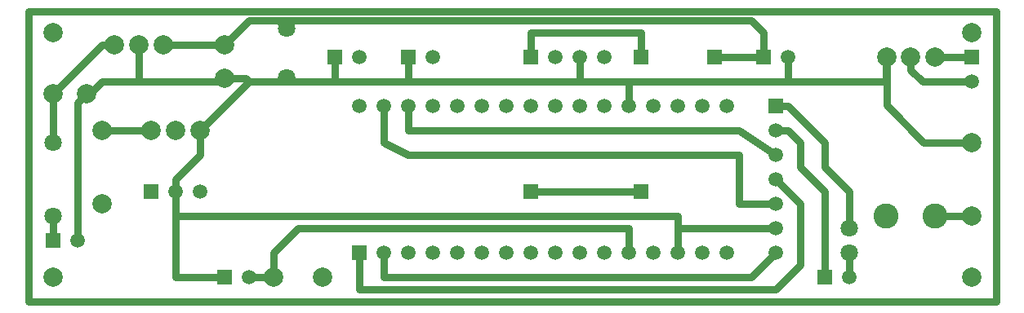
<source format=gbr>
%FSLAX34Y34*%
%MOMM*%
%LNSILK_TOP*%
G71*
G01*
%ADD10C, 0.00*%
%ADD11C, 1.40*%
%ADD12C, 1.52*%
%ADD13C, 2.00*%
%ADD14C, 2.60*%
%ADD15C, 2.00*%
%ADD16C, 0.80*%
%ADD17C, 1.80*%
%ADD18C, 2.00*%
%ADD19C, 1.52*%
%ADD20C, 2.00*%
%ADD21C, 2.00*%
%ADD22C, 0.80*%
%LPD*%
G54D10*
X0Y1000000D02*
X1000000Y1000000D01*
X1000000Y700000D01*
X0Y700000D01*
X0Y1000000D01*
G36*
X335900Y756300D02*
X349900Y756300D01*
X349900Y742300D01*
X335900Y742300D01*
X335900Y756300D01*
G37*
X368300Y749300D02*
G54D11*
D03*
X393700Y749300D02*
G54D11*
D03*
X419100Y749300D02*
G54D11*
D03*
X444500Y749300D02*
G54D11*
D03*
X469900Y749300D02*
G54D11*
D03*
X495300Y749300D02*
G54D11*
D03*
X520700Y749300D02*
G54D11*
D03*
X546100Y749300D02*
G54D11*
D03*
X571500Y749300D02*
G54D11*
D03*
X596900Y749300D02*
G54D11*
D03*
X622300Y749300D02*
G54D11*
D03*
X647700Y749300D02*
G54D11*
D03*
X673100Y749300D02*
G54D11*
D03*
X698500Y749300D02*
G54D11*
D03*
X723900Y749300D02*
G54D11*
D03*
X723900Y901700D02*
G54D11*
D03*
X698500Y901700D02*
G54D11*
D03*
X673100Y901700D02*
G54D11*
D03*
X647700Y901700D02*
G54D11*
D03*
X622300Y901700D02*
G54D11*
D03*
X596900Y901700D02*
G54D11*
D03*
X571500Y901700D02*
G54D11*
D03*
X546100Y901700D02*
G54D11*
D03*
X520700Y901700D02*
G54D11*
D03*
X495300Y901700D02*
G54D11*
D03*
X469900Y901700D02*
G54D11*
D03*
X444500Y901700D02*
G54D11*
D03*
X419100Y901700D02*
G54D11*
D03*
X393700Y901700D02*
G54D11*
D03*
X368300Y901700D02*
G54D11*
D03*
X342900Y901700D02*
G54D11*
D03*
G36*
X513100Y960100D02*
X528300Y960100D01*
X528300Y944900D01*
X513100Y944900D01*
X513100Y960100D01*
G37*
X546100Y952500D02*
G54D12*
D03*
X571500Y952500D02*
G54D12*
D03*
X596900Y952500D02*
G54D12*
D03*
G36*
X782300Y909300D02*
X782300Y894100D01*
X767100Y894100D01*
X767100Y909300D01*
X782300Y909300D01*
G37*
X774700Y876300D02*
G54D12*
D03*
X774700Y850900D02*
G54D12*
D03*
X774700Y825500D02*
G54D12*
D03*
X774700Y800100D02*
G54D12*
D03*
X774700Y774700D02*
G54D12*
D03*
X774700Y749300D02*
G54D12*
D03*
X177800Y876300D02*
G54D13*
D03*
X152400Y876300D02*
G54D13*
D03*
X127000Y876300D02*
G54D13*
D03*
G36*
X119400Y820400D02*
X134600Y820400D01*
X134600Y805200D01*
X119400Y805200D01*
X119400Y820400D01*
G37*
X152400Y812800D02*
G54D12*
D03*
X177800Y812800D02*
G54D12*
D03*
X939800Y787400D02*
G54D14*
D03*
X889000Y787400D02*
G54D14*
D03*
X939800Y952500D02*
G54D15*
D03*
X914800Y952500D02*
G54D15*
D03*
X889800Y952500D02*
G54D15*
D03*
G54D16*
X152400Y812800D02*
X152400Y825500D01*
X177800Y850900D01*
X177800Y876300D01*
G54D16*
X774700Y749300D02*
X749300Y723900D01*
X368300Y723900D01*
X368300Y749300D01*
G54D16*
X774700Y774700D02*
X673100Y774700D01*
X673100Y749300D01*
G54D16*
X774700Y825500D02*
X800100Y800100D01*
X800100Y736600D01*
X774700Y711200D01*
X342900Y711200D01*
X342900Y749300D01*
G54D16*
X774700Y850900D02*
X736600Y876300D01*
X393700Y876300D01*
X393700Y901700D01*
G54D16*
X774700Y800100D02*
X736600Y800100D01*
X736600Y850900D01*
X393700Y850900D01*
X368300Y863600D01*
X368300Y901700D01*
G36*
X817900Y731500D02*
X833100Y731500D01*
X833100Y716300D01*
X817900Y716300D01*
X817900Y731500D01*
G37*
X850900Y723900D02*
G54D12*
D03*
X850900Y774700D02*
G54D17*
D03*
X850900Y749300D02*
G54D17*
D03*
G54D16*
X850900Y723900D02*
X850900Y749300D01*
G54D16*
X825500Y723900D02*
X825500Y812800D01*
X800100Y838200D01*
X800100Y863600D01*
X787400Y876300D01*
X774700Y876300D01*
G54D16*
X850900Y774700D02*
X850900Y812800D01*
X825500Y838200D01*
X825500Y863600D01*
X787400Y901700D01*
X774700Y901700D01*
G54D16*
X622300Y901700D02*
X622300Y927100D01*
X571500Y927100D01*
X571500Y952500D01*
X571500Y927100D01*
X228600Y927100D01*
X177800Y876300D01*
X977900Y863600D02*
G54D18*
D03*
X977900Y787400D02*
G54D18*
D03*
G54D16*
X939800Y787400D02*
X977900Y787400D01*
G54D16*
X977900Y863600D02*
X928700Y863600D01*
X889800Y902500D01*
X889800Y952500D01*
G54D16*
X889800Y952500D02*
X889800Y927900D01*
X889000Y927100D01*
X622300Y927100D01*
X622300Y901700D01*
X76200Y876300D02*
G54D18*
D03*
X76200Y800100D02*
G54D18*
D03*
G54D16*
X127000Y876300D02*
X76200Y876300D01*
G36*
X754400Y960100D02*
X769600Y960100D01*
X769600Y944900D01*
X754400Y944900D01*
X754400Y960100D01*
G37*
X787400Y952500D02*
G54D12*
D03*
G54D16*
X787400Y952500D02*
X787400Y927100D01*
X889000Y927100D01*
X889000Y951700D01*
X889800Y952500D01*
X254000Y723900D02*
G54D18*
D03*
X304800Y723900D02*
G54D18*
D03*
G36*
X195600Y731500D02*
X210800Y731500D01*
X210800Y716300D01*
X195600Y716300D01*
X195600Y731500D01*
G37*
X228600Y723900D02*
G54D12*
D03*
G54D16*
X254000Y723900D02*
X228600Y723900D01*
G54D16*
X622300Y749300D02*
X622300Y774700D01*
X279400Y774700D01*
X254000Y749300D01*
X254000Y723900D01*
G54D16*
X152400Y812800D02*
X152400Y723900D01*
X203200Y723900D01*
G36*
X703600Y960100D02*
X718800Y960100D01*
X718800Y944900D01*
X703600Y944900D01*
X703600Y960100D01*
G37*
G54D16*
X762000Y952500D02*
X711200Y952500D01*
G54D16*
X152400Y812800D02*
X152400Y787400D01*
X673100Y787400D01*
X673100Y749300D01*
G36*
X627400Y960100D02*
X642600Y960100D01*
X642600Y944900D01*
X627400Y944900D01*
X627400Y960100D01*
G37*
G36*
X627400Y820400D02*
X642600Y820400D01*
X642600Y805200D01*
X627400Y805200D01*
X627400Y820400D01*
G37*
G54D16*
X520700Y952500D02*
X520700Y977900D01*
X635000Y977900D01*
X635000Y952500D01*
G36*
X513100Y820400D02*
X528300Y820400D01*
X528300Y805200D01*
X513100Y805200D01*
X513100Y820400D01*
G37*
G54D16*
X635000Y812800D02*
X520700Y812800D01*
G36*
X985500Y960100D02*
X985500Y944900D01*
X970300Y944900D01*
X970300Y960100D01*
X985500Y960100D01*
G37*
X977900Y927100D02*
G54D12*
D03*
G54D16*
X939800Y952500D02*
X977900Y952500D01*
G54D16*
X914800Y952500D02*
X914800Y939400D01*
X927100Y927100D01*
X977900Y927100D01*
G36*
X386100Y960100D02*
X401300Y960100D01*
X401300Y944900D01*
X386100Y944900D01*
X386100Y960100D01*
G37*
X419100Y952500D02*
G54D12*
D03*
G36*
X309900Y960100D02*
X325100Y960100D01*
X325100Y944900D01*
X309900Y944900D01*
X309900Y960100D01*
G37*
X342900Y952500D02*
G54D12*
D03*
G54D16*
X317500Y952500D02*
X317500Y927100D01*
X228600Y927100D01*
X177800Y876300D01*
G54D16*
X393700Y952500D02*
X393700Y927100D01*
X317500Y927100D01*
X317500Y952500D01*
X76200Y876300D02*
G54D19*
D03*
X127000Y876300D02*
G54D19*
D03*
X177800Y876300D02*
G54D19*
D03*
X177800Y812800D02*
G54D19*
D03*
X152400Y812800D02*
G54D19*
D03*
X76200Y800100D02*
G54D19*
D03*
X342900Y952500D02*
G54D19*
D03*
X419100Y952500D02*
G54D19*
D03*
X342900Y901700D02*
G54D19*
D03*
X368300Y901700D02*
G54D19*
D03*
X393700Y901700D02*
G54D19*
D03*
X419100Y901700D02*
G54D19*
D03*
X444500Y901700D02*
G54D19*
D03*
X469900Y901700D02*
G54D19*
D03*
X495300Y901700D02*
G54D19*
D03*
X520700Y901700D02*
G54D19*
D03*
X546100Y901700D02*
G54D19*
D03*
X571500Y901700D02*
G54D19*
D03*
X673100Y901700D02*
G54D19*
D03*
X368300Y749300D02*
G54D19*
D03*
X393700Y749300D02*
G54D19*
D03*
X419100Y749300D02*
G54D19*
D03*
X444500Y749300D02*
G54D19*
D03*
X469900Y749300D02*
G54D19*
D03*
X495300Y749300D02*
G54D19*
D03*
X520700Y749300D02*
G54D19*
D03*
X546100Y749300D02*
G54D19*
D03*
X571500Y749300D02*
G54D19*
D03*
X596900Y749300D02*
G54D19*
D03*
X622300Y749300D02*
G54D19*
D03*
X647700Y749300D02*
G54D19*
D03*
X673100Y749300D02*
G54D19*
D03*
X698500Y749300D02*
G54D19*
D03*
X723900Y749300D02*
G54D19*
D03*
X774700Y749300D02*
G54D19*
D03*
X774700Y774700D02*
G54D19*
D03*
X774700Y800100D02*
G54D19*
D03*
X774700Y825500D02*
G54D19*
D03*
X774700Y850900D02*
G54D19*
D03*
X774700Y876300D02*
G54D19*
D03*
X850900Y723900D02*
G54D19*
D03*
X850900Y749300D02*
G54D19*
D03*
X850900Y774700D02*
G54D19*
D03*
X889000Y787400D02*
G54D19*
D03*
X939800Y787400D02*
G54D19*
D03*
X977900Y787400D02*
G54D19*
D03*
X977900Y863600D02*
G54D19*
D03*
X977900Y927100D02*
G54D19*
D03*
X939800Y952500D02*
G54D19*
D03*
X914800Y952500D02*
G54D19*
D03*
X889800Y952500D02*
G54D19*
D03*
X787400Y952500D02*
G54D19*
D03*
X304800Y723900D02*
G54D19*
D03*
X254000Y723900D02*
G54D19*
D03*
X228600Y723900D02*
G54D19*
D03*
X546100Y952500D02*
G54D19*
D03*
X571500Y952500D02*
G54D19*
D03*
X596900Y952500D02*
G54D19*
D03*
G36*
X119400Y820400D02*
X134600Y820400D01*
X134600Y805200D01*
X119400Y805200D01*
X119400Y820400D01*
G37*
G36*
X195600Y731500D02*
X210800Y731500D01*
X210800Y716300D01*
X195600Y716300D01*
X195600Y731500D01*
G37*
G36*
X309900Y960100D02*
X325100Y960100D01*
X325100Y944900D01*
X309900Y944900D01*
X309900Y960100D01*
G37*
G36*
X386100Y960100D02*
X401300Y960100D01*
X401300Y944900D01*
X386100Y944900D01*
X386100Y960100D01*
G37*
G36*
X513100Y960100D02*
X528300Y960100D01*
X528300Y944900D01*
X513100Y944900D01*
X513100Y960100D01*
G37*
G36*
X627400Y960100D02*
X642600Y960100D01*
X642600Y944900D01*
X627400Y944900D01*
X627400Y960100D01*
G37*
G36*
X703600Y960100D02*
X718800Y960100D01*
X718800Y944900D01*
X703600Y944900D01*
X703600Y960100D01*
G37*
G36*
X754400Y960100D02*
X769600Y960100D01*
X769600Y944900D01*
X754400Y944900D01*
X754400Y960100D01*
G37*
G36*
X970300Y960100D02*
X985500Y960100D01*
X985500Y944900D01*
X970300Y944900D01*
X970300Y960100D01*
G37*
G36*
X817900Y731500D02*
X833100Y731500D01*
X833100Y716300D01*
X817900Y716300D01*
X817900Y731500D01*
G37*
G36*
X767100Y909300D02*
X782300Y909300D01*
X782300Y894100D01*
X767100Y894100D01*
X767100Y909300D01*
G37*
G36*
X627400Y820400D02*
X642600Y820400D01*
X642600Y805200D01*
X627400Y805200D01*
X627400Y820400D01*
G37*
G36*
X513100Y820400D02*
X528300Y820400D01*
X528300Y805200D01*
X513100Y805200D01*
X513100Y820400D01*
G37*
G36*
X335300Y756900D02*
X350500Y756900D01*
X350500Y741700D01*
X335300Y741700D01*
X335300Y756900D01*
G37*
X596900Y901700D02*
G54D19*
D03*
X622300Y901700D02*
G54D19*
D03*
X647700Y901700D02*
G54D19*
D03*
X698500Y901700D02*
G54D19*
D03*
X723900Y901700D02*
G54D19*
D03*
X596900Y901700D02*
G54D19*
D03*
X622300Y901700D02*
G54D19*
D03*
X647700Y901700D02*
G54D19*
D03*
X698500Y901700D02*
G54D19*
D03*
X723900Y901700D02*
G54D19*
D03*
X25400Y723900D02*
G54D20*
D03*
X977900Y723900D02*
G54D20*
D03*
X25400Y977900D02*
G54D20*
D03*
X977900Y977900D02*
G54D20*
D03*
X88900Y965200D02*
G54D21*
D03*
X114300Y965200D02*
G54D21*
D03*
X139700Y965200D02*
G54D21*
D03*
G36*
X17800Y769600D02*
X33000Y769600D01*
X33000Y754400D01*
X17800Y754400D01*
X17800Y769600D01*
G37*
X50800Y762000D02*
G54D12*
D03*
X203200Y965200D02*
G54D13*
D03*
X203200Y930200D02*
G54D13*
D03*
G54D16*
X139700Y965200D02*
X203200Y965200D01*
X228600Y990600D01*
X749300Y990600D01*
X762000Y977900D01*
X762000Y952500D01*
G54D16*
X203200Y930200D02*
X225500Y930200D01*
X228600Y927100D01*
X317500Y927100D01*
X317500Y952500D01*
G54D16*
X114300Y965200D02*
X114300Y927100D01*
X200100Y927100D01*
X203200Y930200D01*
X25400Y914400D02*
G54D13*
D03*
X60400Y914400D02*
G54D13*
D03*
X25400Y863600D02*
G54D17*
D03*
X25400Y787400D02*
G54D17*
D03*
G54D16*
X50800Y762000D02*
X50800Y904800D01*
X60400Y914400D01*
G54D16*
X25400Y762000D02*
X25400Y787400D01*
G54D16*
X25400Y863600D02*
X25400Y914400D01*
G54D16*
X60400Y914400D02*
X63500Y914400D01*
X76200Y927100D01*
X114300Y927100D01*
X114300Y965200D01*
G54D16*
X25400Y914400D02*
X76200Y965200D01*
X88900Y965200D01*
X88900Y965200D02*
G54D22*
D03*
X114300Y965200D02*
G54D22*
D03*
X139700Y965200D02*
G54D22*
D03*
X203200Y965200D02*
G54D22*
D03*
X88900Y965200D02*
G54D19*
D03*
X114300Y965200D02*
G54D19*
D03*
X139700Y965200D02*
G54D19*
D03*
X203200Y965200D02*
G54D19*
D03*
X203200Y930200D02*
G54D19*
D03*
X60400Y914400D02*
G54D19*
D03*
X25400Y914400D02*
G54D19*
D03*
X25400Y863600D02*
G54D19*
D03*
X25400Y787400D02*
G54D19*
D03*
X50800Y762000D02*
G54D19*
D03*
G36*
X17800Y769600D02*
X33000Y769600D01*
X33000Y754400D01*
X17800Y754400D01*
X17800Y769600D01*
G37*
X267910Y982232D02*
G54D17*
D03*
X267910Y931432D02*
G54D17*
D03*
G54D16*
X203200Y965200D02*
X228600Y990600D01*
X259542Y990600D01*
X267910Y982232D01*
G54D16*
X203200Y930200D02*
X225500Y930200D01*
X228600Y927100D01*
X263579Y927100D01*
X267910Y931432D01*
X267910Y931432D02*
G54D19*
D03*
X267910Y982232D02*
G54D19*
D03*
X889000Y787400D02*
G54D20*
D03*
X939800Y787400D02*
G54D20*
D03*
G54D16*
X0Y1000000D02*
X1003300Y1000000D01*
X1003300Y698500D01*
X0Y698500D01*
X0Y1000000D01*
M02*

</source>
